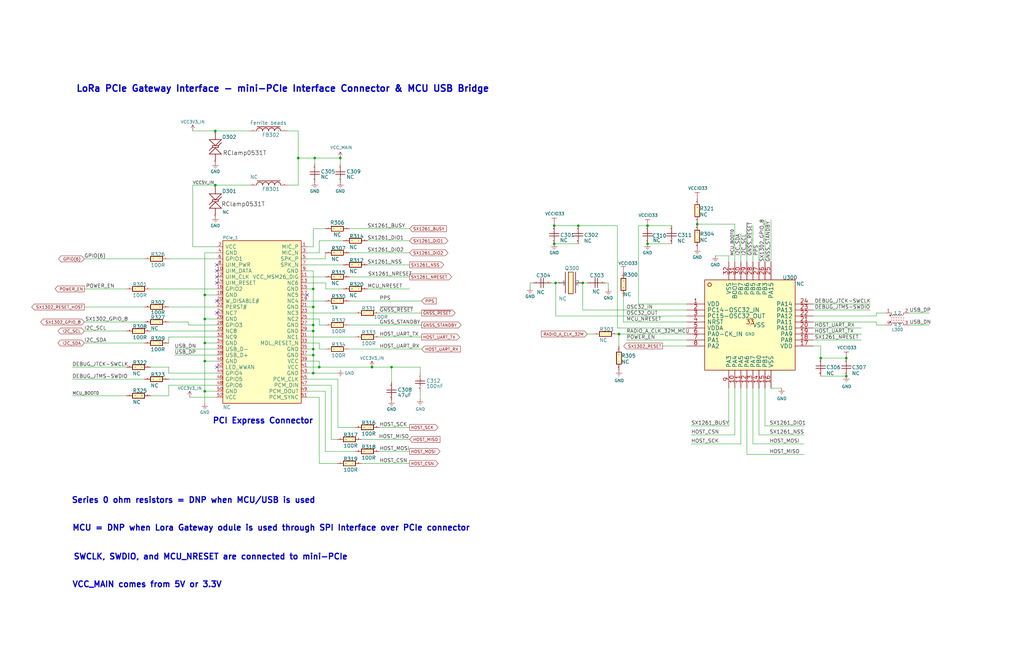
<source format=kicad_sch>
(kicad_sch (version 20230121) (generator eeschema)
  (paper "B")
  (title_block (title "LoRa PCIe Gateway Interface") (date "2022-01-18") (rev "1.2") (company "Nebra Ltd") (comment 1 "mini-PCIe Interface Connector & MCU USB Bridge"))
  (junction (at 86.36 124.46))
  (junction (at 233.68 95.25))
  (junction (at 132.08 147.32))
  (junction (at 132.08 129.54))
  (junction (at 143.51 66.675))
  (junction (at 273.05 102.87))
  (junction (at 132.08 149.86))
  (junction (at 273.05 95.25))
  (junction (at 132.08 121.92))
  (junction (at 294.005 94.615))
  (junction (at 356.87 151.13))
  (junction (at 132.08 137.16))
  (junction (at 156.845 154.94))
  (junction (at 86.36 152.4))
  (junction (at 132.08 139.7))
  (junction (at 125.73 66.675))
  (junction (at 86.36 144.78))
  (junction (at 90.805 55.245))
  (junction (at 260.985 140.97))
  (junction (at 86.36 165.1))
  (junction (at 132.08 157.48))
  (junction (at 134.62 154.94))
  (junction (at 346.075 151.13))
  (junction (at 86.36 134.62))
  (junction (at 90.805 78.105))
  (junction (at 234.315 119.38))
  (junction (at 165.1 154.94))
  (junction (at 245.745 119.38))
  (junction (at 233.68 102.87))
  (junction (at 132.715 66.675))
  (junction (at 356.87 158.75))
  (junction (at 243.84 95.25))
  (no_connect (at 91.44 154.94))
  (no_connect (at 91.44 119.38))
  (no_connect (at 91.44 114.3))
  (no_connect (at 91.44 116.84))
  (no_connect (at 91.44 111.76))
  (no_connect (at 91.44 132.08))
  (no_connect (at 129.54 124.46))
  (no_connect (at 91.44 127))
  (wire (pts (xy 383.54 132.08) (xy 391.795 132.08)))
  (wire (pts (xy 137.16 165.1) (xy 129.54 165.1)))
  (wire (pts (xy 132.08 96.52) (xy 137.16 96.52)))
  (wire (pts (xy 134.62 106.68) (xy 134.62 101.6)))
  (wire (pts (xy 273.05 95.25) (xy 269.24 95.25)))
  (wire (pts (xy 86.36 124.46) (xy 91.44 124.46)))
  (wire (pts (xy 132.08 129.54) (xy 129.54 129.54)))
  (wire (pts (xy 81.28 104.14) (xy 91.44 104.14)))
  (wire (pts (xy 53.34 167.005) (xy 30.48 167.005)))
  (wire (pts (xy 317.5 163.83) (xy 317.5 187.325)))
  (wire (pts (xy 134.62 167.64) (xy 129.54 167.64)))
  (wire (pts (xy 91.44 162.56) (xy 71.12 162.56)))
  (wire (pts (xy 224.79 119.38) (xy 223.52 119.38)))
  (wire (pts (xy 172.72 111.76) (xy 154.94 111.76)))
  (wire (pts (xy 132.08 147.32) (xy 129.54 147.32)))
  (wire (pts (xy 137.414 121.92) (xy 144.78 121.92)))
  (wire (pts (xy 35.56 121.92) (xy 53.34 121.92)))
  (wire (pts (xy 137.16 106.68) (xy 137.16 109.22)))
  (wire (pts (xy 53.34 139.7) (xy 35.56 139.7)))
  (wire (pts (xy 234.315 133.35) (xy 234.315 119.38)))
  (wire (pts (xy 325.12 110.49) (xy 325.12 92.71)))
  (wire (pts (xy 322.58 163.83) (xy 322.58 179.705)))
  (wire (pts (xy 172.72 180.34) (xy 160.02 180.34)))
  (wire (pts (xy 60.96 144.78) (xy 35.56 144.78)))
  (wire (pts (xy 91.44 147.32) (xy 73.66 147.32)))
  (wire (pts (xy 172.72 96.52) (xy 147.32 96.52)))
  (wire (pts (xy 260.35 95.25) (xy 243.84 95.25)))
  (wire (pts (xy 132.08 129.54) (xy 132.08 121.92)))
  (wire (pts (xy 129.54 162.56) (xy 139.7 162.56)))
  (wire (pts (xy 134.62 154.94) (xy 134.62 152.4)))
  (wire (pts (xy 369.57 133.35) (xy 369.57 132.08)))
  (wire (pts (xy 81.28 55.245) (xy 90.805 55.245)))
  (wire (pts (xy 243.84 95.25) (xy 233.68 95.25)))
  (wire (pts (xy 134.62 195.58) (xy 134.62 167.64)))
  (wire (pts (xy 91.44 134.62) (xy 86.36 134.62)))
  (wire (pts (xy 260.985 140.97) (xy 289.56 140.97)))
  (wire (pts (xy 86.36 124.46) (xy 86.36 106.68)))
  (wire (pts (xy 86.36 165.1) (xy 91.44 165.1)))
  (wire (pts (xy 383.54 137.16) (xy 391.795 137.16)))
  (wire (pts (xy 79.375 135.89) (xy 79.375 137.16)))
  (wire (pts (xy 129.54 134.62) (xy 134.62 134.62)))
  (wire (pts (xy 147.32 137.16) (xy 177.8 137.16)))
  (wire (pts (xy 90.805 78.105) (xy 105.41 78.105)))
  (wire (pts (xy 129.54 160.02) (xy 142.494 160.02)))
  (wire (pts (xy 125.73 66.675) (xy 132.715 66.675)))
  (wire (pts (xy 314.96 163.83) (xy 314.96 191.77)))
  (wire (pts (xy 264.16 143.51) (xy 289.56 143.51)))
  (wire (pts (xy 312.42 163.83) (xy 312.42 187.325)))
  (wire (pts (xy 255.27 119.38) (xy 256.54 119.38)))
  (wire (pts (xy 142.494 160.02) (xy 142.494 180.34)))
  (wire (pts (xy 134.62 101.6) (xy 144.78 101.6)))
  (wire (pts (xy 137.16 190.5) (xy 137.16 165.1)))
  (wire (pts (xy 86.36 170.18) (xy 86.36 165.1)))
  (wire (pts (xy 60.96 135.89) (xy 35.56 135.89)))
  (wire (pts (xy 342.9 143.51) (xy 363.22 143.51)))
  (wire (pts (xy 129.54 119.38) (xy 137.414 119.38)))
  (wire (pts (xy 132.08 157.48) (xy 129.54 157.48)))
  (wire (pts (xy 132.08 139.7) (xy 132.08 137.16)))
  (wire (pts (xy 79.375 137.16) (xy 91.44 137.16)))
  (wire (pts (xy 260.35 138.43) (xy 260.35 95.25)))
  (wire (pts (xy 342.9 133.35) (xy 369.57 133.35)))
  (wire (pts (xy 369.57 132.08) (xy 373.38 132.08)))
  (wire (pts (xy 132.08 114.3) (xy 129.54 114.3)))
  (wire (pts (xy 81.28 78.105) (xy 90.805 78.105)))
  (wire (pts (xy 86.36 144.78) (xy 91.44 144.78)))
  (wire (pts (xy 317.5 187.325) (xy 339.09 187.325)))
  (wire (pts (xy 81.28 104.14) (xy 81.28 78.105)))
  (wire (pts (xy 273.05 95.25) (xy 283.21 95.25)))
  (wire (pts (xy 91.44 121.92) (xy 63.5 121.92)))
  (wire (pts (xy 177.165 165.1) (xy 177.165 168.275)))
  (wire (pts (xy 129.54 106.68) (xy 134.62 106.68)))
  (wire (pts (xy 314.96 191.77) (xy 339.09 191.77)))
  (wire (pts (xy 142.24 195.58) (xy 134.62 195.58)))
  (wire (pts (xy 245.745 119.38) (xy 247.65 119.38)))
  (wire (pts (xy 71.12 160.02) (xy 91.44 160.02)))
  (wire (pts (xy 30.48 160.02) (xy 60.96 160.02)))
  (wire (pts (xy 137.16 147.32) (xy 134.62 147.32)))
  (wire (pts (xy 137.16 127) (xy 129.54 127)))
  (wire (pts (xy 234.315 133.35) (xy 289.56 133.35)))
  (wire (pts (xy 269.24 128.27) (xy 289.56 128.27)))
  (wire (pts (xy 269.24 95.25) (xy 269.24 128.27)))
  (wire (pts (xy 160.02 142.24) (xy 177.8 142.24)))
  (wire (pts (xy 73.66 149.86) (xy 91.44 149.86)))
  (wire (pts (xy 149.86 132.08) (xy 129.54 132.08)))
  (wire (pts (xy 342.9 135.89) (xy 369.57 135.89)))
  (wire (pts (xy 279.4 146.05) (xy 289.56 146.05)))
  (wire (pts (xy 273.05 102.87) (xy 283.21 102.87)))
  (wire (pts (xy 71.12 167.005) (xy 63.5 167.005)))
  (wire (pts (xy 262.89 135.89) (xy 289.56 135.89)))
  (wire (pts (xy 137.16 116.84) (xy 129.54 116.84)))
  (wire (pts (xy 165.1 154.94) (xy 177.165 154.94)))
  (wire (pts (xy 132.08 157.48) (xy 132.08 149.86)))
  (wire (pts (xy 165.1 161.29) (xy 165.1 154.94)))
  (wire (pts (xy 245.745 130.81) (xy 245.745 119.38)))
  (wire (pts (xy 125.73 66.675) (xy 125.73 78.105)))
  (wire (pts (xy 132.08 121.92) (xy 129.54 121.92)))
  (wire (pts (xy 132.715 66.675) (xy 143.51 66.675)))
  (wire (pts (xy 243.84 102.87) (xy 233.68 102.87)))
  (wire (pts (xy 132.08 104.14) (xy 132.08 96.52)))
  (wire (pts (xy 346.075 158.75) (xy 356.87 158.75)))
  (wire (pts (xy 137.414 119.38) (xy 137.414 121.92)))
  (wire (pts (xy 60.96 109.22) (xy 35.56 109.22)))
  (wire (pts (xy 373.38 137.16) (xy 369.57 137.16)))
  (wire (pts (xy 132.08 149.86) (xy 129.54 149.86)))
  (wire (pts (xy 234.315 119.38) (xy 235.585 119.38)))
  (wire (pts (xy 134.62 134.62) (xy 134.62 137.16)))
  (wire (pts (xy 342.9 146.05) (xy 346.075 146.05)))
  (wire (pts (xy 309.88 163.83) (xy 309.88 183.515)))
  (wire (pts (xy 71.12 154.94) (xy 63.5 154.94)))
  (wire (pts (xy 86.36 144.78) (xy 86.36 134.62)))
  (wire (pts (xy 177.165 154.94) (xy 177.165 157.48)))
  (wire (pts (xy 314.96 110.49) (xy 314.96 98.425)))
  (wire (pts (xy 86.36 134.62) (xy 86.36 124.46)))
  (wire (pts (xy 149.86 190.5) (xy 137.16 190.5)))
  (wire (pts (xy 247.65 140.97) (xy 250.19 140.97)))
  (wire (pts (xy 121.285 55.245) (xy 125.73 55.245)))
  (wire (pts (xy 144.78 111.76) (xy 129.54 111.76)))
  (wire (pts (xy 134.62 137.16) (xy 137.16 137.16)))
  (wire (pts (xy 294.005 93.98) (xy 294.005 94.615)))
  (wire (pts (xy 63.5 139.7) (xy 91.44 139.7)))
  (wire (pts (xy 132.08 139.7) (xy 129.54 139.7)))
  (wire (pts (xy 307.34 163.83) (xy 307.34 179.705)))
  (wire (pts (xy 91.44 109.22) (xy 71.12 109.22)))
  (wire (pts (xy 142.494 180.34) (xy 149.86 180.34)))
  (wire (pts (xy 60.96 129.54) (xy 35.56 129.54)))
  (wire (pts (xy 71.12 162.56) (xy 71.12 167.005)))
  (wire (pts (xy 322.58 179.705) (xy 339.09 179.705)))
  (wire (pts (xy 260.985 140.97) (xy 260.985 146.05)))
  (wire (pts (xy 309.88 183.515) (xy 291.465 183.515)))
  (wire (pts (xy 160.02 132.08) (xy 177.8 132.08)))
  (wire (pts (xy 262.89 125.095) (xy 262.89 135.89)))
  (wire (pts (xy 71.12 135.89) (xy 79.375 135.89)))
  (wire (pts (xy 142.24 157.48) (xy 132.08 157.48)))
  (wire (pts (xy 132.08 149.86) (xy 132.08 147.32)))
  (wire (pts (xy 71.12 142.24) (xy 91.44 142.24)))
  (wire (pts (xy 294.005 94.615) (xy 309.88 94.615)))
  (wire (pts (xy 309.88 94.615) (xy 309.88 110.49)))
  (wire (pts (xy 105.41 55.245) (xy 90.805 55.245)))
  (wire (pts (xy 320.04 183.515) (xy 339.09 183.515)))
  (wire (pts (xy 132.08 137.16) (xy 132.08 129.54)))
  (wire (pts (xy 147.32 127) (xy 177.8 127)))
  (wire (pts (xy 134.62 154.94) (xy 156.845 154.94)))
  (wire (pts (xy 172.72 190.5) (xy 160.02 190.5)))
  (wire (pts (xy 256.54 119.38) (xy 256.54 121.92)))
  (wire (pts (xy 134.62 152.4) (xy 129.54 152.4)))
  (wire (pts (xy 312.42 187.325) (xy 291.465 187.325)))
  (wire (pts (xy 132.715 69.215) (xy 132.715 66.675)))
  (wire (pts (xy 346.075 151.13) (xy 356.87 151.13)))
  (wire (pts (xy 307.34 107.95) (xy 307.34 110.49)))
  (wire (pts (xy 147.32 147.32) (xy 177.8 147.32)))
  (wire (pts (xy 301.625 107.95) (xy 307.34 107.95)))
  (wire (pts (xy 134.62 147.32) (xy 134.62 144.78)))
  (wire (pts (xy 172.72 195.58) (xy 152.4 195.58)))
  (wire (pts (xy 132.08 137.16) (xy 129.54 137.16)))
  (wire (pts (xy 139.7 185.42) (xy 142.24 185.42)))
  (wire (pts (xy 291.465 179.705) (xy 307.34 179.705)))
  (wire (pts (xy 320.04 110.49) (xy 320.04 103.505)))
  (wire (pts (xy 134.62 154.94) (xy 129.54 154.94)))
  (wire (pts (xy 147.32 106.68) (xy 172.72 106.68)))
  (wire (pts (xy 156.845 154.94) (xy 165.1 154.94)))
  (wire (pts (xy 71.12 157.48) (xy 71.12 154.94)))
  (wire (pts (xy 80.01 167.64) (xy 91.44 167.64)))
  (wire (pts (xy 342.9 130.81) (xy 367.03 130.81)))
  (wire (pts (xy 342.9 138.43) (xy 363.22 138.43)))
  (wire (pts (xy 134.62 144.78) (xy 129.54 144.78)))
  (wire (pts (xy 245.745 130.81) (xy 289.56 130.81)))
  (wire (pts (xy 132.08 147.32) (xy 132.08 139.7)))
  (wire (pts (xy 91.44 157.48) (xy 71.12 157.48)))
  (wire (pts (xy 91.44 152.4) (xy 86.36 152.4)))
  (wire (pts (xy 137.16 109.22) (xy 129.54 109.22)))
  (wire (pts (xy 320.04 163.83) (xy 320.04 183.515)))
  (wire (pts (xy 369.57 137.16) (xy 369.57 135.89)))
  (wire (pts (xy 143.51 69.215) (xy 143.51 66.675)))
  (wire (pts (xy 342.9 128.27) (xy 367.03 128.27)))
  (wire (pts (xy 152.4 185.42) (xy 172.72 185.42)))
  (wire (pts (xy 71.12 129.54) (xy 91.44 129.54)))
  (wire (pts (xy 30.48 154.94) (xy 53.34 154.94)))
  (wire (pts (xy 233.68 94.615) (xy 233.68 95.25)))
  (wire (pts (xy 86.36 106.68) (xy 91.44 106.68)))
  (wire (pts (xy 71.12 142.24) (xy 71.12 144.78)))
  (wire (pts (xy 260.35 140.97) (xy 260.985 140.97)))
  (wire (pts (xy 172.72 121.92) (xy 154.94 121.92)))
  (wire (pts (xy 86.36 165.1) (xy 86.36 152.4)))
  (wire (pts (xy 223.52 119.38) (xy 223.52 121.285)))
  (wire (pts (xy 86.36 152.4) (xy 86.36 144.78)))
  (wire (pts (xy 121.285 78.105) (xy 125.73 78.105)))
  (wire (pts (xy 125.73 55.245) (xy 125.73 66.675)))
  (wire (pts (xy 325.12 163.83) (xy 329.565 163.83)))
  (wire (pts (xy 317.5 110.49) (xy 317.5 95.25)))
  (wire (pts (xy 346.075 146.05) (xy 346.075 151.13)))
  (wire (pts (xy 139.7 162.56) (xy 139.7 185.42)))
  (wire (pts (xy 232.41 119.38) (xy 234.315 119.38)))
  (wire (pts (xy 172.72 101.6) (xy 154.94 101.6)))
  (wire (pts (xy 129.54 104.14) (xy 132.08 104.14)))
  (wire (pts (xy 342.9 140.97) (xy 363.22 140.97)))
  (wire (pts (xy 312.42 110.49) (xy 312.42 98.425)))
  (wire (pts (xy 149.86 142.24) (xy 129.54 142.24)))
  (wire (pts (xy 260.35 138.43) (xy 289.56 138.43)))
  (wire (pts (xy 132.08 121.92) (xy 132.08 114.3)))
  (wire (pts (xy 322.58 92.71) (xy 322.58 110.49)))
  (wire (pts (xy 147.32 116.84) (xy 172.72 116.84)))
  (text "SWCLK, SWDIO, and MCU_NRESET are connected to mini-PCIe" (at 30.861 236.474 0) (effects (font (size 2.4384 2.4384) (thickness 0.4877) bold) (justify left bottom)))
  (text "PCI Express Connector" (at 89.535 179.07 0) (effects (font (size 2.4384 2.4384) (thickness 0.4877) bold) (justify left bottom)))
  (text "MCU = DNP when Lora Gateway odule is used through SPI Interface over PCIe connector" (at 30.353 224.282 0) (effects (font (size 2.4384 2.4384) (thickness 0.4877) bold) (justify left bottom)))
  (text "LoRa PCIe Gateway Interface - mini-PCIe Interface Connector & MCU USB Bridge" (at 32.004 39.116 0) (effects (font (size 2.7432 2.7432) (thickness 0.5486) bold) (justify left bottom)))
  (text "VCC_MAIN comes from 5V or 3.3V" (at 30.353 248.158 0) (effects (font (size 2.4384 2.4384) (thickness 0.4877) bold) (justify left bottom)))
  (text "Series 0 ohm resistors = DNP when MCU/USB is used" (at 30.099 212.598 0) (effects (font (size 2.4384 2.4384) (thickness 0.4877) bold) (justify left bottom)))
  (label "HOST_MISO" (at 159.766 185.42 0) (effects (font (size 1.524 1.524))))
  (label "PPS" (at 320.04 107.95 90) (effects (font (size 1.524 1.524))))
  (label "GNSS_STANDBY" (at 160.02 137.16 0) (effects (font (size 1.524 1.524))))
  (label "OSC32_OUT" (at 264.16 133.35 0) (effects (font (size 1.524 1.524))))
  (label "SX1261_DIO1" (at 324.485 179.705 0) (effects (font (size 1.524 1.524))))
  (label "SX1261_BUSY" (at 291.465 179.705 0) (effects (font (size 1.524 1.524))))
  (label "SX1261_DIO1" (at 154.94 101.6 0) (effects (font (size 1.524 1.524))))
  (label "DEBUG_JTCK-SWCLK" (at 343.535 128.27 0) (effects (font (size 1.524 1.524))))
  (label "GNSS_STANDBY" (at 325.12 110.49 90) (effects (font (size 1.524 1.524))))
  (label "DEBUG_JTMS-SWDIO" (at 343.535 130.81 0) (effects (font (size 1.524 1.524))))
  (label "HOST_UART_RX" (at 343.535 138.43 0) (effects (font (size 1.524 1.524))))
  (label "POWER_EN" (at 264.16 143.51 0) (effects (font (size 1.524 1.524))))
  (label "HOST_UART_RX" (at 160.02 147.32 0) (effects (font (size 1.524 1.524))))
  (label "MCU_NRESET" (at 264.16 135.89 0) (effects (font (size 1.524 1.524))))
  (label "HOST_MISO" (at 324.485 191.77 0) (effects (font (size 1.524 1.524))))
  (label "RClamp0531T" (at 93.98 66.04 0) (effects (font (size 1.778 1.778))))
  (label "SX1261_NRESET" (at 155.194 116.84 0) (effects (font (size 1.524 1.524))))
  (label "SX1261_NSS" (at 324.485 183.515 0) (effects (font (size 1.524 1.524))))
  (label "HOST_UART_TX" (at 343.535 140.97 0) (effects (font (size 1.524 1.524))))
  (label "DEBUG_JTMS-SWDIO" (at 30.48 160.02 0) (effects (font (size 1.524 1.524))))
  (label "USB_DP" (at 383.54 132.08 0) (effects (font (size 1.524 1.524))))
  (label "HOST_SCK" (at 160.02 180.34 0) (effects (font (size 1.524 1.524))))
  (label "I2C_SDA" (at 312.42 107.95 90) (effects (font (size 1.524 1.524))))
  (label "USB_DN" (at 383.54 137.16 0) (effects (font (size 1.524 1.524))))
  (label "~{GNSS_RESET}" (at 317.5 107.95 90) (effects (font (size 1.524 1.524))))
  (label "SX1261_NRESET" (at 343.535 143.51 0) (effects (font (size 1.524 1.524))))
  (label "SX1302_GPIO_8" (at 53.975 135.89 180) (effects (font (size 1.524 1.524))))
  (label "HOST_MOSI" (at 160.02 190.5 0) (effects (font (size 1.524 1.524))))
  (label "MCU_BOOT0" (at 309.88 107.95 90))
  (label "SX1302_GPIO_8" (at 322.58 110.49 90) (effects (font (size 1.524 1.524))))
  (label "HOST_MOSI" (at 324.485 187.325 0) (effects (font (size 1.524 1.524))))
  (label "~{GNSS_RESET}" (at 160.02 132.08 0) (effects (font (size 1.524 1.524))))
  (label "SX1261_BUSY" (at 154.94 96.52 0) (effects (font (size 1.524 1.524))))
  (label "SX1261_DIO2" (at 154.94 106.68 0) (effects (font (size 1.524 1.524))))
  (label "HOST_CSN" (at 160.02 195.58 0) (effects (font (size 1.524 1.524))))
  (label "GPIO(6)" (at 35.56 109.22 0) (effects (font (size 1.524 1.524))))
  (label "VCC5V_IN" (at 81.28 78.105 0))
  (label "HOST_UART_TX" (at 160.02 142.24 0) (effects (font (size 1.524 1.524))))
  (label "MCU_BOOT0" (at 30.48 167.005 0))
  (label "RClamp0531T" (at 93.345 87.63 0) (effects (font (size 1.778 1.778))))
  (label "SX1261_NSS" (at 154.94 111.76 0) (effects (font (size 1.524 1.524))))
  (label "I2C_SDA" (at 35.56 144.78 0) (effects (font (size 1.524 1.524))))
  (label "DEBUG_JTCK-SWCLK" (at 30.48 154.94 0) (effects (font (size 1.524 1.524))))
  (label "OSC32_IN" (at 264.16 130.81 0) (effects (font (size 1.524 1.524))))
  (label "HOST_CSN" (at 291.465 183.515 0) (effects (font (size 1.524 1.524))))
  (label "I2C_SCL" (at 314.96 107.95 90) (effects (font (size 1.524 1.524))))
  (label "HOST_SCK" (at 291.465 187.325 0) (effects (font (size 1.524 1.524))))
  (label "I2C_SCL" (at 35.56 139.7 0) (effects (font (size 1.524 1.524))))
  (label "RADIO_A_CLK_32M_MCU" (at 264.16 140.97 0) (effects (font (size 1.524 1.524))))
  (label "USB_DN" (at 73.66 147.32 0) (effects (font (size 1.524 1.524))))
  (label "PPS" (at 160.02 127 0) (effects (font (size 1.524 1.524))))
  (label "MCU_NRESET" (at 154.94 121.92 0) (effects (font (size 1.524 1.524))))
  (label "USB_DP" (at 73.66 149.86 0) (effects (font (size 1.524 1.524))))
  (label "POWER_EN" (at 36.195 121.92 0) (effects (font (size 1.524 1.524))))
  (global_label "GPIO(6)" (shape bidirectional) (at 35.56 109.22 180) (property "Intersheetrefs" "${INTERSHEET_REFS}" (effects hide)))
  (global_label "SX1302_GPIO_8" (shape bidirectional) (at 35.56 135.89 180) (property "Intersheetrefs" "${INTERSHEET_REFS}" (effects hide)))
  (global_label "SX1302_RESET_HOST" (shape output) (at 35.56 129.54 180) (property "Intersheetrefs" "${INTERSHEET_REFS}" (effects hide)))
  (global_label "I2C_SDA" (shape bidirectional) (at 35.56 144.78 180) (property "Intersheetrefs" "${INTERSHEET_REFS}" (effects hide)))
  (global_label "~{GNSS_RESET}" (shape output) (at 177.8 132.08 0) (property "Intersheetrefs" "${INTERSHEET_REFS}" (effects hide)))
  (global_label "PPS" (shape input) (at 177.8 127 0) (property "Intersheetrefs" "${INTERSHEET_REFS}" (effects hide)))
  (global_label "I2C_SCL" (shape bidirectional) (at 35.56 139.7 180) (property "Intersheetrefs" "${INTERSHEET_REFS}" (effects hide)))
  (global_label "SX1302_RESET" (shape output) (at 279.4 146.05 180) (property "Intersheetrefs" "${INTERSHEET_REFS}" (effects hide)))
  (global_label "HOST_UART_RX" (shape input) (at 177.8 147.32 0) (property "Intersheetrefs" "${INTERSHEET_REFS}" (effects hide)))
  (global_label "SX1261_DIO1" (shape bidirectional) (at 172.72 101.6 0) (property "Intersheetrefs" "${INTERSHEET_REFS}" (effects hide)))
  (global_label "HOST_MOSI" (shape output) (at 172.72 190.5 0) (property "Intersheetrefs" "${INTERSHEET_REFS}" (effects hide)))
  (global_label "SX1261_BUSY" (shape input) (at 172.72 96.52 0) (property "Intersheetrefs" "${INTERSHEET_REFS}" (effects hide)))
  (global_label "GNSS_STANDBY" (shape output) (at 177.8 137.16 0) (property "Intersheetrefs" "${INTERSHEET_REFS}" (effects hide)))
  (global_label "HOST_SCK" (shape output) (at 172.72 180.34 0) (property "Intersheetrefs" "${INTERSHEET_REFS}" (effects hide)))
  (global_label "HOST_CSN" (shape output) (at 172.72 195.58 0) (property "Intersheetrefs" "${INTERSHEET_REFS}" (effects hide)))
  (global_label "SX1261_DIO2" (shape bidirectional) (at 172.72 106.68 0) (property "Intersheetrefs" "${INTERSHEET_REFS}" (effects hide)))
  (global_label "RADIO_A_CLK_32M" (shape input) (at 247.65 140.97 180) (property "Intersheetrefs" "${INTERSHEET_REFS}" (effects hide)))
  (global_label "POWER_EN" (shape output) (at 35.56 121.92 180) (property "Intersheetrefs" "${INTERSHEET_REFS}" (effects hide)))
  (global_label "HOST_UART_TX" (shape output) (at 177.8 142.24 0) (property "Intersheetrefs" "${INTERSHEET_REFS}" (effects hide)))
  (global_label "SX1261_NSS" (shape output) (at 172.72 111.76 0) (property "Intersheetrefs" "${INTERSHEET_REFS}" (effects hide)))
  (global_label "HOST_MISO" (shape input) (at 172.72 185.42 0) (property "Intersheetrefs" "${INTERSHEET_REFS}" (effects hide)))
  (global_label "SX1261_NRESET" (shape output) (at 172.72 116.84 0) (property "Intersheetrefs" "${INTERSHEET_REFS}" (effects hide)))
  (symbol (lib_id "LoRa_PCIe_GW-rescue:Resistor-") (at 250.19 140.97 0) (unit 1)
    (property "Reference" "R303" (at 252.73 139.8524 0) (effects (font (size 1.524 1.524)) (justify left bottom)))
    (property "Value" "NC" (at 252.73 144.4244 0) (effects (font (size 1.524 1.524)) (justify left bottom)))
    (property "Footprint" "LoRa_PCIe_GW:rlc_201_smd_small" (effects hide))
  )
  (symbol (lib_id "LoRa_PCIe_GW-rescue:Resistor-") (at 260.985 146.05 270) (unit 1)
    (property "Reference" "R305" (at 262.001 151.003 90) (effects (font (size 1.524 1.524)) (justify left bottom)))
    (property "Value" "NC" (at 262.001 153.543 90) (effects (font (size 1.524 1.524)) (justify left bottom)))
    (property "Footprint" "LoRa_PCIe_GW:rlc_201_smd_small" (effects hide))
  )
  (symbol (lib_id "LoRa_PCIe_GW-rescue:Cap-") (at 346.075 151.13 270) (unit 1)
    (property "Reference" "C306" (at 348.361 155.8544 90) (effects (font (size 1.524 1.524)) (justify left bottom)))
    (property "Value" "NC" (at 348.4372 158.369 90) (effects (font (size 1.524 1.524)) (justify left bottom)))
    (property "Footprint" "LoRa_PCIe_GW:rlc_201_smd_small" (effects hide))
  )
  (symbol (lib_id "LoRa_PCIe_GW-rescue:Cap-") (at 233.68 102.87 90) (unit 1)
    (property "Reference" "C301" (at 236.1946 100.0506 90) (effects (font (size 1.524 1.524)) (justify right top)))
    (property "Value" "NC" (at 236.0676 102.2604 90) (effects (font (size 1.524 1.524)) (justify right top)))
    (property "Footprint" "LoRa_PCIe_GW:rlc_402_smd_small" (effects hide))
  )
  (symbol (lib_id "LoRa_PCIe_GW-rescue:Cap-") (at 243.84 95.25 270) (unit 1)
    (property "Reference" "C302" (at 246.253 100.0252 90) (effects (font (size 1.524 1.524)) (justify left bottom)))
    (property "Value" "NC" (at 246.2022 102.489 90) (effects (font (size 1.524 1.524)) (justify left bottom)))
    (property "Footprint" "LoRa_PCIe_GW:rlc_201_smd_small" (effects hide))
  )
  (symbol (lib_id "LoRa_PCIe_GW-rescue:Resistor-") (at 160.02 132.08 180) (unit 1)
    (property "Reference" "R331" (at 152.4 131.064 0) (effects (font (size 1.524 1.524)) (justify right top)))
    (property "Value" "100R" (at 157.48 134.62 0) (effects (font (size 1.524 1.524)) (justify right top)))
    (property "Footprint" "LoRa_PCIe_GW:rlc_201_smd_small" (effects hide))
    (property "Description" "100 Ohms ±1% 0.05W, 1/20W Chip Resistor 0201 (0603 Metric)  Thick Film" (effects hide))
    (property "Manufacturer" "Vishay Dale" (effects hide))
    (property "Part Number" "CRCW0201100R" (effects hide))
    (property "Price[1k]" "0.037" (effects hide))
    (property "Supplier Link" "https://www.digikey.com/en/products/detail/vishay-dale/CRCW0201100RFKED/1967973" (effects hide))
  )
  (symbol (lib_id "LoRa_PCIe_GW-rescue:Resistor-") (at 154.94 121.92 180) (unit 1)
    (property "Reference" "R320" (at 147.32 120.904 0) (effects (font (size 1.524 1.524)) (justify right top)))
    (property "Value" "NC" (at 147.32 125.476 0) (effects (font (size 1.524 1.524)) (justify right top)))
    (property "Footprint" "LoRa_PCIe_GW:rlc_201_smd_small" (effects hide))
    (property "Description" "1k Ohm ±5% 0.05W, 1/20W Chip Resistor 0201 (0603 Metric) - Thick Film" (effects hide))
    (property "Manufacturer" "Vishay Dale" (effects hide))
    (property "Part Number" "CRCW02011K00JNED" (effects hide))
    (property "Price[1k]" "0.073" (effects hide))
    (property "Supplier Link" "https://www.digikey.com/en/products/detail/vishay-dale/CRCW02011K00JNED/1178450" (effects hide))
  )
  (symbol (lib_id "LoRa_PCIe_GW-rescue:Cap-") (at 247.65 119.38 0) (unit 1)
    (property "Reference" "C303" (at 248.666 117.094 0) (effects (font (size 1.524 1.524)) (justify left bottom)))
    (property "Value" "NC" (at 249.682 123.952 0) (effects (font (size 1.524 1.524)) (justify left bottom)))
    (property "Footprint" "LoRa_PCIe_GW:rlc_201_smd_small" (effects hide))
  )
  (symbol (lib_id "LoRa_PCIe_GW-rescue:Resistor-") (at 147.32 147.32 180) (unit 1)
    (property "Reference" "R334" (at 139.7 146.304 0) (effects (font (size 1.524 1.524)) (justify right top)))
    (property "Value" "100R" (at 139.7 150.876 0) (effects (font (size 1.524 1.524)) (justify right top)))
    (property "Footprint" "LoRa_PCIe_GW:rlc_201_smd_small" (effects hide))
    (property "Description" "100 Ohms ±1% 0.05W, 1/20W Chip Resistor 0201 (0603 Metric)  Thick Film" (effects hide))
    (property "Manufacturer" "Vishay Dale" (effects hide))
    (property "Part Number" "CRCW0201100R" (effects hide))
    (property "Price[1k]" "0.037" (effects hide))
    (property "Supplier Link" "https://www.digikey.com/en/products/detail/vishay-dale/CRCW0201100RFKED/1967973" (effects hide))
  )
  (symbol (lib_id "LoRa_PCIe_GW-rescue:Resistor-") (at 160.02 142.24 180) (unit 1)
    (property "Reference" "R333" (at 152.4 141.224 0) (effects (font (size 1.524 1.524)) (justify right top)))
    (property "Value" "100R" (at 152.4 145.796 0) (effects (font (size 1.524 1.524)) (justify right top)))
    (property "Footprint" "LoRa_PCIe_GW:rlc_201_smd_small" (effects hide))
    (property "Description" "100 Ohms ±1% 0.05W, 1/20W Chip Resistor 0201 (0603 Metric)  Thick Film" (effects hide))
    (property "Manufacturer" "Vishay Dale" (effects hide))
    (property "Part Number" "CRCW0201100R" (effects hide))
    (property "Price[1k]" "0.037" (effects hide))
    (property "Supplier Link" "https://www.digikey.com/en/products/detail/vishay-dale/CRCW0201100RFKED/1967973" (effects hide))
  )
  (symbol (lib_id "LoRa_PCIe_GW-rescue:Resistor-") (at 147.32 137.16 180) (unit 1)
    (property "Reference" "R332" (at 139.7 136.144 0) (effects (font (size 1.524 1.524)) (justify right top)))
    (property "Value" "100R" (at 139.7 140.716 0) (effects (font (size 1.524 1.524)) (justify right top)))
    (property "Footprint" "LoRa_PCIe_GW:rlc_201_smd_small" (effects hide))
    (property "Description" "100 Ohms ±1% 0.05W, 1/20W Chip Resistor 0201 (0603 Metric)  Thick Film" (effects hide))
    (property "Manufacturer" "Vishay Dale" (effects hide))
    (property "Part Number" "CRCW0201100R" (effects hide))
    (property "Price[1k]" "0.037" (effects hide))
    (property "Supplier Link" "https://www.digikey.com/en/products/detail/vishay-dale/CRCW0201100RFKED/1967973" (effects hide))
  )
  (symbol (lib_id "LoRa_PCIe_GW-rescue:Resistor-") (at 71.12 160.02 180) (unit 1)
    (property "Reference" "R323" (at 63.5 159.004 0) (effects (font (size 1.524 1.524)) (justify right top)))
    (property "Value" "NC" (at 63.5 163.576 0) (effects (font (size 1.524 1.524)) (justify right top)))
    (property "Footprint" "LoRa_PCIe_GW:rlc_201_smd_small" (effects hide))
    (property "Description" "1k Ohm ±5% 0.05W, 1/20W Chip Resistor 0201 (0603 Metric) - Thick Film" (effects hide))
    (property "Manufacturer" "Vishay Dale" (effects hide))
    (property "Part Number" "CRCW02011K00JNED" (effects hide))
    (property "Price[1k]" "0.073" (effects hide))
    (property "Supplier Link" "https://www.digikey.com/en/products/detail/vishay-dale/CRCW02011K00JNED/1178450" (effects hide))
  )
  (symbol (lib_id "LoRa_PCIe_GW-rescue:Resistor-") (at 63.5 154.94 180) (unit 1)
    (property "Reference" "R322" (at 55.88 153.924 0) (effects (font (size 1.524 1.524)) (justify right top)))
    (property "Value" "NC" (at 55.88 158.496 0) (effects (font (size 1.524 1.524)) (justify right top)))
    (property "Footprint" "LoRa_PCIe_GW:rlc_201_smd_small" (effects hide))
    (property "Description" "1k Ohm ±5% 0.05W, 1/20W Chip Resistor 0201 (0603 Metric) - Thick Film" (effects hide))
    (property "Manufacturer" "Vishay Dale" (effects hide))
    (property "Part Number" "CRCW02011K00JNED" (effects hide))
    (property "Price[1k]" "0.073" (effects hide))
    (property "Supplier Link" "https://www.digikey.com/en/products/detail/vishay-dale/CRCW02011K00JNED/1178450" (effects hide))
  )
  (symbol (lib_id "LoRa_PCIe_GW-rescue:Cap-") (at 143.51 69.215 270) (unit 1)
    (property "Reference" "C309" (at 146.05 73.279 90) (effects (font (size 1.524 1.524)) (justify left bottom)))
    (property "Value" "NC" (at 146.05 75.565 90) (effects (font (size 1.524 1.524)) (justify left bottom)))
    (property "Footprint" "LoRa_PCIe_GW:ccer_201_smd_small" (effects hide))
    (property "Description" "0.1µF ±10% 16V Ceramic Capacitor X7S 0201 (0603 Metric)" (effects hide))
    (property "Manufacturer" "Murata" (effects hide))
    (property "Part Number" "GRM033C71C104KE14D" (effects hide))
    (property "Price[1k]" "0.01" (effects hide))
    (property "Supplier Link" "https://www.digikey.com/en/products/detail/murata-electronics/GRM033C71C104KE14D/5027472" (effects hide))
  )
  (symbol (lib_id "LoRa_PCIe_GW-rescue:Resistor-") (at 294.005 93.98 90) (unit 1)
    (property "Reference" "R321" (at 295.021 88.9 90) (effects (font (size 1.524 1.524)) (justify right top)))
    (property "Value" "NC" (at 295.021 91.44 90) (effects (font (size 1.524 1.524)) (justify right top)))
    (property "Footprint" "LoRa_PCIe_GW:rlc_201_smd_small" (effects hide))
  )
  (symbol (lib_id "LoRa_PCIe_GW-rescue:RClamp0531T-") (at 90.805 68.58 0) (unit 1)
    (property "Reference" "D302" (at 93.599 58.674 0) (effects (font (size 1.524 1.524)) (justify left bottom)))
    (property "Value" "20V" (effects hide))
    (property "Footprint" "LoRa_PCIe_GW:SLP1006P2T" (effects hide))
    (property "Description" "20V Clamp 4A (8/20µs) Ipp Tvs Diode Surface Mount SLP1006P2T" (effects hide))
    (property "Manufacturer" "Semtech" (effects hide))
    (property "Part Number" "RCLAMP0531T.TCT" (effects hide))
    (property "Price[1k]" "0.39" (effects hide))
    (property "Supplier Link" "https://www.digikey.com/en/products/detail/semtech-corporation/RCLAMP0531T-TCT/2236834" (effects hide))
  )
  (symbol (lib_id "LoRa_PCIe_GW-rescue:Ferrite_beads-") (at 105.41 55.245 0) (unit 1)
    (property "Reference" "FB302" (at 110.49 57.785 0) (effects (font (size 1.524 1.524)) (justify left bottom)))
    (property "Value" "Ferrite beads" (at 105.41 52.705 0) (effects (font (size 1.524 1.524)) (justify left bottom)))
    (property "Footprint" "LoRa_PCIe_GW:rlc_402_smd_small" (effects hide))
    (property "Description" "10 Ohms @ 100MHz 1 Power Line Ferrite Bead 0402 (1005 Metric) 1A 25mOhm" (effects hide))
    (property "Manufacturer" "Murata" (effects hide))
    (property "Part Number" "BLM15PG100SN1D" (effects hide))
    (property "Price[1k]" "0.027" (effects hide))
    (property "Supplier Link" "https://www.digikey.com/en/products/detail/murata-electronics/BLM15PG100SN1D/2587980" (effects hide))
  )
  (symbol (lib_id "LoRa_PCIe_GW-rescue:Resistor-") (at 147.32 127 180) (unit 1)
    (property "Reference" "R330" (at 139.7 125.984 0) (effects (font (size 1.524 1.524)) (justify right top)))
    (property "Value" "1k" (at 139.7 130.556 0) (effects (font (size 1.524 1.524)) (justify right top)))
    (property "Footprint" "LoRa_PCIe_GW:rlc_201_smd_small" (effects hide))
    (property "Description" "1k Ohm ±5% 0.05W, 1/20W Chip Resistor 0201 (0603 Metric) - Thick Film" (effects hide))
    (property "Manufacturer" "Vishay Dale" (effects hide))
    (property "Part Number" "CRCW02011K00JNED" (effects hide))
    (property "Price[1k]" "0.073" (effects hide))
    (property "Supplier Link" "https://www.digikey.com/en/products/detail/vishay-dale/CRCW02011K00JNED/1178450" (effects hide))
  )
  (symbol (lib_id "LoRa_PCIe_GW-rescue:Cap-") (at 224.79 119.38 0) (unit 1)
    (property "Reference" "C304" (at 226.06 117.094 0) (effects (font (size 1.524 1.524)) (justify left bottom)))
    (property "Value" "NC" (at 226.314 124.206 0) (effects (font (size 1.524 1.524)) (justify left bottom)))
    (property "Footprint" "LoRa_PCIe_GW:rlc_201_smd_small" (effects hide))
  )
  (symbol (lib_id "LoRa_PCIe_GW-rescue:Resistor-") (at 152.4 195.58 180) (unit 1)
    (property "Reference" "R319" (at 144.78 194.564 0) (effects (font (size 1.524 1.524)) (justify right top)))
    (property "Value" "100R" (at 144.78 199.136 0) (effects (font (size 1.524 1.524)) (justify right top)))
    (property "Footprint" "LoRa_PCIe_GW:rlc_201_smd_small" (effects hide))
    (property "Description" "100 Ohms ±1% 0.05W, 1/20W Chip Resistor 0201 (0603 Metric)  Thick Film" (effects hide))
    (property "Manufacturer" "Vishay Dale" (effects hide))
    (property "Part Number" "CRCW0201100R" (effects hide))
    (property "Price[1k]" "0.037" (effects hide))
    (property "Supplier Link" "https://www.digikey.com/en/products/detail/vishay-dale/CRCW0201100RFKED/1967973" (effects hide))
  )
  (symbol (lib_id "LoRa_PCIe_GW-rescue:Resistor-") (at 160.02 190.5 180) (unit 1)
    (property "Reference" "R318" (at 152.4 189.484 0) (effects (font (size 1.524 1.524)) (justify right top)))
    (property "Value" "100R" (at 152.4 194.056 0) (effects (font (size 1.524 1.524)) (justify right top)))
    (property "Footprint" "LoRa_PCIe_GW:rlc_201_smd_small" (effects hide))
    (property "Description" "100 Ohms ±1% 0.05W, 1/20W Chip Resistor 0201 (0603 Metric)  Thick Film" (effects hide))
    (property "Manufacturer" "Vishay Dale" (effects hide))
    (property "Part Number" "CRCW0201100R" (effects hide))
    (property "Price[1k]" "0.037" (effects hide))
    (property "Supplier Link" "https://www.digikey.com/en/products/detail/vishay-dale/CRCW0201100RFKED/1967973" (effects hide))
  )
  (symbol (lib_id "LoRa_PCIe_GW-rescue:Resistor-") (at 160.02 180.34 180) (unit 1)
    (property "Reference" "R316" (at 152.4 179.324 0) (effects (font (size 1.524 1.524)) (justify right top)))
    (property "Value" "100R" (at 152.4 183.896 0) (effects (font (size 1.524 1.524)) (justify right top)))
    (property "Footprint" "LoRa_PCIe_GW:rlc_201_smd_small" (effects hide))
    (property "Description" "100 Ohms ±1% 0.05W, 1/20W Chip Resistor 0201 (0603 Metric)  Thick Film" (effects hide))
    (property "Manufacturer" "Vishay Dale" (effects hide))
    (property "Part Number" "CRCW0201100R" (effects hide))
    (property "Price[1k]" "0.037" (effects hide))
    (property "Supplier Link" "https://www.digikey.com/en/products/detail/vishay-dale/CRCW0201100RFKED/1967973" (effects hide))
  )
  (symbol (lib_id "LoRa_PCIe_GW-rescue:Resistor-") (at 152.4 185.42 180) (unit 1)
    (property "Reference" "R317" (at 144.78 184.404 0) (effects (font (size 1.524 1.524)) (justify right top)))
    (property "Value" "100R" (at 144.78 188.976 0) (effects (font (size 1.524 1.524)) (justify right top)))
    (property "Footprint" "LoRa_PCIe_GW:rlc_201_smd_small" (effects hide))
    (property "Description" "100 Ohms ±1% 0.05W, 1/20W Chip Resistor 0201 (0603 Metric)  Thick Film" (effects hide))
    (property "Manufacturer" "Vishay Dale" (effects hide))
    (property "Part Number" "CRCW0201100R" (effects hide))
    (property "Price[1k]" "0.037" (effects hide))
    (property "Supplier Link" "https://www.digikey.com/en/products/detail/vishay-dale/CRCW0201100RFKED/1967973" (effects hide))
  )
  (symbol (lib_id "LoRa_PCIe_GW-rescue:Resistor-") (at 71.12 129.54 180) (unit 1)
    (property "Reference" "R302" (at 63.5 128.524 0) (effects (font (size 1.524 1.524)) (justify right top)))
    (property "Value" "100R" (at 63.5 132.715 0) (effects (font (size 1.524 1.524)) (justify right top)))
    (property "Footprint" "LoRa_PCIe_GW:rlc_201_smd_small" (effects hide))
    (property "Description" "100 Ohms ±1% 0.05W, 1/20W Chip Resistor 0201 (0603 Metric)  Thick Film" (effects hide))
    (property "Manufacturer" "Vishay Dale" (effects hide))
    (property "Part Number" "CRCW0201100R" (effects hide))
    (property "Price[1k]" "0.037" (effects hide))
    (property "Supplier Link" "https://www.digikey.com/en/products/detail/vishay-dale/CRCW0201100RFKED/1967973" (effects hide))
  )
  (symbol (lib_id "LoRa_PCIe_GW-rescue:Resistor-") (at 137.16 96.52 0) (unit 1)
    (property "Reference" "R306" (at 142.24 93.98 0) (effects (font (size 1.524 1.524))))
    (property "Value" "NC" (at 142.24 99.06 0) (effects (font (size 1.524 1.524))))
    (property "Footprint" "LoRa_PCIe_GW:rlc_201_smd_small" (effects hide))
    (property "Description" "1k Ohm ±5% 0.05W, 1/20W Chip Resistor 0201 (0603 Metric) - Thick Film" (effects hide))
    (property "Manufacturer" "Vishay Dale" (effects hide))
    (property "Part Number" "CRCW02011K00JNED" (effects hide))
    (property "Price[1k]" "0.073" (effects hide))
    (property "Supplier Link" "https://www.digikey.com/en/products/detail/vishay-dale/CRCW02011K00JNED/1178450" (effects hide))
  )
  (symbol (lib_id "LoRa_PCIe_GW-rescue:Resistor-") (at 137.16 106.68 0) (unit 1)
    (property "Reference" "R307" (at 139.7 105.664 0) (effects (font (size 1.524 1.524)) (justify left bottom)))
    (property "Value" "NC" (at 139.7 110.236 0) (effects (font (size 1.524 1.524)) (justify left bottom)))
    (property "Footprint" "LoRa_PCIe_GW:rlc_201_smd_small" (effects hide))
    (property "Description" "1k Ohm ±5% 0.05W, 1/20W Chip Resistor 0201 (0603 Metric) - Thick Film" (effects hide))
    (property "Manufacturer" "Vishay Dale" (effects hide))
    (property "Part Number" "CRCW02011K00JNED" (effects hide))
    (property "Price[1k]" "0.073" (effects hide))
    (property "Supplier Link" "https://www.digikey.com/en/products/detail/vishay-dale/CRCW02011K00JNED/1178450" (effects hide))
  )
  (symbol (lib_id "LoRa_PCIe_GW-rescue:Resistor-") (at 144.78 111.76 0) (unit 1)
    (property "Reference" "R312" (at 147.32 110.744 0) (effects (font (size 1.524 1.524)) (justify left bottom)))
    (property "Value" "NC" (at 147.32 115.316 0) (effects (font (size 1.524 1.524)) (justify left bottom)))
    (property "Footprint" "LoRa_PCIe_GW:rlc_201_smd_small" (effects hide))
    (property "Description" "1k Ohm ±5% 0.05W, 1/20W Chip Resistor 0201 (0603 Metric) - Thick Film" (effects hide))
    (property "Manufacturer" "Vishay Dale" (effects hide))
    (property "Part Number" "CRCW02011K00JNED" (effects hide))
    (property "Price[1k]" "0.073" (effects hide))
    (property "Supplier Link" "https://www.digikey.com/en/products/detail/vishay-dale/CRCW02011K00JNED/1178450" (effects hide))
  )
  (symbol (lib_id "LoRa_PCIe_GW-rescue:Resistor-") (at 294.005 104.775 90) (unit 1)
    (property "Reference" "R304" (at 295.1226 99.5934 90) (effects (font (size 1.524 1.524)) (justify right top)))
    (property "Value" "NC" (at 295.1226 102.1334 90) (effects (font (size 1.524 1.524)) (justify right top)))
    (property "Footprint" "LoRa_PCIe_GW:rlc_201_smd_small" (effects hide))
  )
  (symbol (lib_id "LoRa_PCIe_GW-rescue:Resistor-") (at 144.78 101.6 0) (unit 1)
    (property "Reference" "R314" (at 147.32 100.584 0) (effects (font (size 1.524 1.524)) (justify left bottom)))
    (property "Value" "NC" (at 147.32 105.156 0) (effects (font (size 1.524 1.524)) (justify left bottom)))
    (property "Footprint" "LoRa_PCIe_GW:rlc_201_smd_small" (effects hide))
    (property "Description" "1k Ohm ±5% 0.05W, 1/20W Chip Resistor 0201 (0603 Metric) - Thick Film" (effects hide))
    (property "Manufacturer" "Vishay Dale" (effects hide))
    (property "Part Number" "CRCW02011K00JNED" (effects hide))
    (property "Price[1k]" "0.073" (effects hide))
    (property "Supplier Link" "https://www.digikey.com/en/products/detail/vishay-dale/CRCW02011K00JNED/1178450" (effects hide))
  )
  (symbol (lib_id "LoRa_PCIe_GW-rescue:Resistor-") (at 137.16 116.84 0) (unit 1)
    (property "Reference" "R315" (at 139.7 115.824 0) (effects (font (size 1.524 1.524)) (justify left bottom)))
    (property "Value" "NC" (at 139.7 120.396 0) (effects (font (size 1.524 1.524)) (justify left bottom)))
    (property "Footprint" "LoRa_PCIe_GW:rlc_201_smd_small" (effects hide))
    (property "Description" "1k Ohm ±5% 0.05W, 1/20W Chip Resistor 0201 (0603 Metric) - Thick Film" (effects hide))
    (property "Manufacturer" "Vishay Dale" (effects hide))
    (property "Part Number" "CRCW02011K00JNED" (effects hide))
    (property "Price[1k]" "0.073" (effects hide))
    (property "Supplier Link" "https://www.digikey.com/en/products/detail/vishay-dale/CRCW02011K00JNED/1178450" (effects hide))
  )
  (symbol (lib_id "LoRa_PCIe_GW-rescue:Resistor-") (at 71.12 144.78 180) (unit 1)
    (property "Reference" "R309" (at 63.5 143.764 0) (effects (font (size 1.524 1.524)) (justify right top)))
    (property "Value" "100R" (at 63.5 148.336 0) (effects (font (size 1.524 1.524)) (justify right top)))
    (property "Footprint" "LoRa_PCIe_GW:rlc_201_smd_small" (effects hide))
    (property "Description" "100 Ohms ±1% 0.05W, 1/20W Chip Resistor 0201 (0603 Metric)  Thick Film" (effects hide))
    (property "Manufacturer" "Vishay Dale" (effects hide))
    (property "Part Number" "CRCW0201100R" (effects hide))
    (property "Price[1k]" "0.037" (effects hide))
    (property "Supplier Link" "https://www.digikey.com/en/products/detail/vishay-dale/CRCW0201100RFKED/1967973" (effects hide))
  )
  (symbol (lib_id "LoRa_PCIe_GW-rescue:Resistor-") (at 63.5 139.7 180) (unit 1)
    (property "Reference" "R308" (at 55.88 138.684 0) (effects (font (size 1.524 1.524)) (justify right top)))
    (property "Value" "100R" (at 55.88 143.256 0) (effects (font (size 1.524 1.524)) (justify right top)))
    (property "Footprint" "LoRa_PCIe_GW:rlc_201_smd_small" (effects hide))
    (property "Description" "100 Ohms ±1% 0.05W, 1/20W Chip Resistor 0201 (0603 Metric)  Thick Film" (effects hide))
    (property "Manufacturer" "Vishay Dale" (effects hide))
    (property "Part Number" "CRCW0201100R" (effects hide))
    (property "Price[1k]" "0.037" (effects hide))
    (property "Supplier Link" "https://www.digikey.com/en/products/detail/vishay-dale/CRCW0201100RFKED/1967973" (effects hide))
  )
  (symbol (lib_id "LoRa_PCIe_GW-rescue:Resistor-") (at 63.5 121.92 180) (unit 1)
    (property "Reference" "R301" (at 55.88 120.904 0) (effects (font (size 1.524 1.524)) (justify right top)))
    (property "Value" "100R" (at 55.88 125.476 0) (effects (font (size 1.524 1.524)) (justify right top)))
    (property "Footprint" "LoRa_PCIe_GW:rlc_201_smd_small" (effects hide))
    (property "Description" "100 Ohms ±1% 0.05W, 1/20W Chip Resistor 0201 (0603 Metric)  Thick Film" (effects hide))
    (property "Manufacturer" "Vishay Dale" (effects hide))
    (property "Part Number" "CRCW0201100R" (effects hide))
    (property "Price[1k]" "0.037" (effects hide))
    (property "Supplier Link" "https://www.digikey.com/en/products/detail/vishay-dale/CRCW0201100RFKED/1967973" (effects hide))
  )
  (symbol (lib_id "LoRa_PCIe_GW-rescue:Cap-") (at 273.05 102.87 90) (unit 1)
    (property "Reference" "C310" (at 274.955 100.33 90) (effects (font (size 1.524 1.524)) (justify right top)))
    (property "Value" "NC" (at 275.2344 102.2858 90) (effects (font (size 1.524 1.524)) (justify right top)))
    (property "Footprint" "LoRa_PCIe_GW:rlc_402_smd_small" (effects hide))
  )
  (symbol (lib_id "LoRa_PCIe_GW-rescue:Cap-") (at 283.21 95.25 270) (unit 1)
    (property "Reference" "C311" (at 285.6738 100.076 90) (effects (font (size 1.524 1.524)) (justify left bottom)))
    (property "Value" "NC" (at 285.623 102.5144 90) (effects (font (size 1.524 1.524)) (justify left bottom)))
    (property "Footprint" "LoRa_PCIe_GW:rlc_201_smd_small" (effects hide))
  )
  (symbol (lib_id "LoRa_PCIe_GW-rescue:Cap-") (at 356.87 158.75 90) (unit 1)
    (property "Reference" "C307" (at 359.1814 155.8798 90) (effects (font (size 1.524 1.524)) (justify right top)))
    (property "Value" "NC" (at 359.1814 158.4198 90) (effects (font (size 1.524 1.524)) (justify right top)))
    (property "Footprint" "LoRa_PCIe_GW:rlc_402_smd_small" (effects hide))
  )
  (symbol (lib_id "LoRa_PCIe_GW-rescue:STM32L412Kx-") (at 297.18 118.11 0) (unit 1)
    (property "Reference" "U300" (at 330.0222 118.0084 0) (effects (font (size 1.524 1.524)) (justify left bottom)))
    (property "Value" "NC" (at 335.788 120.65 0) (effects (font (size 1.524 1.524)) (justify left bottom)))
    (property "Footprint" "LoRa_PCIe_GW:UFQFPN32_5x5mm" (effects hide))
    (property "Description" "ARM® Cortex®-M4 STM32L4 Microcontroller IC 32-Bit 80MHz 64KB (64K x 8) FLASH 32-UFQFPN (5x5)" (effects hide))
    (property "Manufacturer" "STMicroelectronics" (effects hide))
    (property "Part Number" "STM32L412Kx" (effects hide))
    (property "Price[1k]" "2.26" (effects hide))
    (property "Supplier Link" "https://www.digikey.com/en/products/detail/stmicroelectronics/STM32L412K8U6/10414668" (effects hide))
  )
  (symbol (lib_id "LoRa_PCIe_GW-rescue:PCI_EXPRESS_CARD-") (at 93.98 101.6 0) (unit 1)
    (property "Reference" "PCIe_1" (at 97.155 100.33 0))
    (property "Value" "NC" (at 93.98 172.72 0) (effects (font (size 1.524 1.524)) (justify left bottom)))
    (property "Footprint" "LoRa_PCIe_GW:PCIeMini-GF-2D-800-1K-S52" (effects hide))
    (property "Description" "PCI EXPRESS MINI CARD EDGE PCB CONNECTOR" (effects hide))
  )
  (symbol (lib_id "LoRa_PCIe_GW-rescue:Xtal-") (at 240.665 119.38 0) (unit 1)
    (property "Reference" "Q300" (at 238.125 114.046 0) (effects (font (size 1.524 1.524)) (justify left bottom)))
    (property "Value" "NC" (at 235.585 126.8984 0) (effects (font (size 1.524 1.524)) (justify left bottom)))
    (property "Footprint" "LoRa_PCIe_GW:XTAL_3215_SMD" (effects hide))
    (property "Part Number" "NX3215SA-32.768K-STD-MUA-9" (effects hide))
    (property "Description" "32.768kHz ±20ppm Crystal 9pF 70 kOhms 2-SMD, No Lead" (effects hide))
    (property "Manufacturer" "NDK" (effects hide))
    (property "Price[1k]" "0.4" (effects hide))
    (property "Supplier Link" "https://www.digikey.com/en/products/detail/ndk-america-inc/NX3215SA-32-768K-STD-MUA-9/2261468" (effects hide))
  )
  (symbol (lib_id "LoRa_PCIe_GW-rescue:Resistor-") (at 71.12 135.89 180) (unit 1)
    (property "Reference" "R327" (at 63.5 134.874 0) (effects (font (size 1.524 1.524)) (justify right top)))
    (property "Value" "NC" (at 63.5 139.446 0) (effects (font (size 1.524 1.524)) (justify right top)))
    (property "Footprint" "LoRa_PCIe_GW:rlc_201_smd_small" (effects hide))
    (property "Description" "100 Ohms ±1% 0.05W, 1/20W Chip Resistor 0201 (0603 Metric)  Thick Film" (effects hide))
    (property "Manufacturer" "Vishay Dale" (effects hide))
    (property "Part Number" "CRCW0201100R" (effects hide))
    (property "Price[1k]" "0.037" (effects hide))
    (property "Supplier Link" "https://www.digikey.com/en/products/detail/vishay-dale/CRCW0201100RFKED/1967973" (effects hide))
  )
  (symbol (lib_id "LoRa_PCIe_GW-rescue:Resistor-") (at 262.89 125.095 90) (unit 1)
    (property "Reference" "R300" (at 262.89 116.84 90) (effects (font (size 1.524 1.524)) (justify right top)))
    (property "Value" "NC" (at 262.89 125.095 90) (effects (font (size 1.524 1.524)) (justify right top)))
    (property "Footprint" "LoRa_PCIe_GW:rlc_201_smd_small" (effects hide))
    (property "Description" "47 kOhms ±5% 0.05W, 1/20W Chip Resistor 0201  Thick Film" (effects hide))
    (property "Manufacturer" "Vishay Dale" (effects hide))
    (property "Part Number" "CRCW020147K0" (effects hide))
    (property "Price[1k]" "0.039" (effects hide))
    (property "Supplier Link" "https://www.digikey.com/en/products/detail/vishay-dale/CRCW020147K0FKED/1968131" (effects hide))
    (instances (project "LoRa_PCIe_GW" (path "" (reference "R300") (unit 1)) (path "" (reference "R?") (unit 1))))
  )
  (symbol (lib_id "LoRa_PCIe_GW-rescue:VCCIO33") (at 262.89 114.935 0) (unit 1)
    (property "Reference" "#PWR0172" (effects hide))
    (property "Value" "VCCIO33" (at 264.795 111.125 0))
  )
  (symbol (lib_id "LoRa_PCIe_GW-rescue:L_Core_Ferrite_Coupled") (at 378.46 134.62 0) (unit 1)
    (property "Reference" "L300" (at 378.46 139.065 0))
    (property "Value" "NC" (effects hide))
    (property "Footprint" "LoRa_PCIe_GW:IND_744232090" (effects hide))
    (property "Datasheet" "https://www.we-online.de/katalog/datasheet/744232090.pdf" (effects hide))
    (property "Description" "2 Line Common Mode Choke Surface Mount 370mA DCR 300mOhm" (effects hide))
    (property "Manufacturer" "Würth Elektronik" (effects hide))
    (property "Part Number" "744232090" (effects hide))
    (property "Price[1k]" "0.82" (effects hide))
    (property "Supplier Link" "https://www.digikey.com/en/products/detail/w%C3%BCrth-elektronik/744232090/1638873" (effects hide))
  )
  (symbol (lib_id "LoRa_PCIe_GW-rescue:Resistor-") (at 71.12 109.22 180) (unit 1)
    (property "Reference" "R326" (at 63.5 108.204 0) (effects (font (size 1.524 1.524)) (justify right top)))
    (property "Value" "100R" (at 63.5 112.776 0) (effects (font (size 1.524 1.524)) (justify right top)))
    (property "Footprint" "LoRa_PCIe_GW:rlc_201_smd_small" (effects hide))
    (property "Description" "100 Ohms ±1% 0.05W, 1/20W Chip Resistor 0201 (0603 Metric)  Thick Film" (effects hide))
    (property "Manufacturer" "Vishay Dale" (effects hide))
    (property "Part Number" "CRCW0201100R" (effects hide))
    (property "Price[1k]" "0.037" (effects hide))
    (property "Supplier Link" "https://www.digikey.com/en/products/detail/vishay-dale/CRCW0201100RFKED/1967973" (effects hide))
  )
  (symbol (lib_id "LoRa_PCIe_GW-rescue:Ferrite_beads-") (at 105.41 78.105 0) (unit 1)
    (property "Reference" "FB301" (at 110.49 80.645 0) (effects (font (size 1.524 1.524)) (justify left bottom)))
    (property "Value" "NC" (at 105.41 75.565 0) (effects (font (size 1.524 1.524)) (justify left bottom)))
    (property "Footprint" "LoRa_PCIe_GW:rlc_402_smd_small" (effects hide))
    (property "Description" "10 Ohms @ 100MHz 1 Power Line Ferrite Bead 0402 (1005 Metric) 1A 25mOhm" (effects hide))
    (property "Manufacturer" "Murata" (effects hide))
    (property "Part Number" "BLM15PG100SN1D" (effects hide))
    (property "Price[1k]" "0.027" (effects hide))
    (property "Supplier Link" "https://www.digikey.com/en/products/detail/murata-electronics/BLM15PG100SN1D/2587980" (effects hide))
  )
  (symbol (lib_id "LoRa_PCIe_GW-rescue:GND") (at 90.805 91.44 0) (unit 1)
    (property "Reference" "#PWR0199" (effects hide))
    (property "Value" "GND" (at 90.805 95.25 0))
  )
  (symbol (lib_id "LoRa_PCIe_GW-rescue:RClamp0531T-") (at 90.805 91.44 0) (unit 1)
    (property "Reference" "D301" (at 93.599 81.534 0) (effects (font (size 1.524 1.524)) (justify left bottom)))
    (property "Value" "NC" (at 95.25 89.535 0))
    (property "Footprint" "LoRa_PCIe_GW:SLP1006P2T" (effects hide))
    (property "Description" "20V Clamp 4A (8/20µs) Ipp Tvs Diode Surface Mount SLP1006P2T" (effects hide))
    (property "Manufacturer" "Semtech" (effects hide))
    (property "Part Number" "RCLAMP0531T.TCT" (effects hide))
    (property "Price[1k]" "0.39" (effects hide))
    (property "Supplier Link" "https://www.digikey.com/en/products/detail/semtech-corporation/RCLAMP0531T-TCT/2236834" (effects hide))
  )
  (symbol (lib_id "LoRa_PCIe_GW-rescue:VCC3V3_IN") (at 80.01 167.64 0) (unit 1)
    (property "Reference" "#PWR0200" (effects hide))
    (property "Value" "VCC3V3_IN" (at 80.01 163.83 0))
  )
  (symbol (lib_id "LoRa_PCIe_GW-rescue:Cap-") (at 177.165 157.48 270) (unit 1)
    (property "Reference" "C312" (at 179.705 161.544 90) (effects (font (size 1.524 1.524)) (justify left bottom)))
    (property "Value" "100nF" (at 179.705 163.83 90) (effects (font (size 1.524 1.524)) (justify left bottom)))
    (property "Footprint" "LoRa_PCIe_GW:ccer_402_smd_small" (effects hide))
    (property "Description" "Multilayer ceramic capacitors X7R ±10%, 16V" (effects hide))
    (property "Manufacturer" "Murata" (effects hide))
    (property "Part Number" "GMD155R71C104KA11" (effects hide))
    (property "Price[1k]" "0.01" (effects hide))
    (property "Supplier Link" "https://www.digikey.com/en/products/detail/murata-electronics/GMD155R71C104KA11D/10696609" (effects hide))
  )
  (symbol (lib_id "LoRa_PCIe_GW-rescue:Cap-") (at 132.715 69.215 270) (unit 1)
    (property "Reference" "C305" (at 135.255 73.279 90) (effects (font (size 1.524 1.524)) (justify left bottom)))
    (property "Value" "NC" (at 135.255 75.565 90) (effects (font (size 1.524 1.524)) (justify left bottom)))
    (property "Footprint" "LoRa_PCIe_GW:ccer_603_smd_small" (effects hide))
    (property "Description" "Multilayer ceramic capacitors X5R ±20%, 6.3V" (effects hide))
    (property "Manufacturer" "Murata" (effects hide))
    (property "Part Number" "GRM188R60J476ME15D" (effects hide))
    (property "Price[1k]" "0.1" (effects hide))
    (property "Supplier Link" "https://www.digikey.com/en/products/detail/murata-electronics/GRM188R61C106KAALJ/4905339" (effects hide))
    (instances (project "LoRa_PCIe_GW" (path "" (reference "C305") (unit 1)) (path "" (reference "C?") (unit 1))))
  )
  (symbol (lib_id "LoRa_PCIe_GW-rescue:GND") (at 132.715 76.835 0) (unit 1)
    (property "Reference" "#PWR0272" (effects hide))
    (property "Value" "GND" (at 132.715 80.645 0))
  )
  (symbol (lib_id "LoRa_PCIe_GW-rescue:GND") (at 143.51 76.835 0) (unit 1)
    (property "Reference" "#PWR0273" (effects hide))
    (property "Value" "GND" (at 143.51 80.645 0))
  )
  (symbol (lib_id "LoRa_PCIe_GW-rescue:VCC3V3_IN") (at 81.28 55.245 0) (unit 1)
    (property "Reference" "#PWR0278" (effects hide))
    (property "Value" "VCC3V3_IN" (at 81.28 51.435 0))
  )
  (symbol (lib_id "LoRa_PCIe_GW-rescue:VCC3V3_IN") (at 156.845 154.94 0) (unit 1)
    (property "Reference" "#PWR0144" (effects hide))
    (property "Value" "VCC3V3_IN" (at 156.845 151.13 0))
  )
  (symbol (lib_id "LoRa_PCIe_GW-rescue:VCC_MAIN") (at 143.51 66.675 0) (unit 1)
    (property "Reference" "#PWR0145" (effects hide))
    (property "Value" "VCC_MAIN" (at 143.891 62.2808 0))
  )
  (symbol (lib_id "LoRa_PCIe_GW-rescue:GND") (at 177.165 168.275 0) (unit 1)
    (property "Reference" "#PWR0146" (effects hide))
    (property "Value" "GND" (at 177.292 172.6692 0))
  )
  (symbol (lib_id "LoRa_PCIe_GW-rescue:GND") (at 90.805 68.58 0) (unit 1)
    (property "Reference" "#PWR0147" (effects hide))
    (property "Value" "GND" (at 90.805 72.39 0))
  )
  (symbol (lib_id "LoRa_PCIe_GW-rescue:GND") (at 260.985 156.21 0) (unit 1)
    (property "Reference" "#PWR0148" (effects hide))
    (property "Value" "GND" (at 261.112 160.6042 0))
  )
  (symbol (lib_id "LoRa_PCIe_GW-rescue:GND") (at 142.24 157.48 90) (unit 1)
    (property "Reference" "#PWR0149" (effects hide))
    (property "Value" "GND" (at 147.32 157.48 90))
  )
  (symbol (lib_id "LoRa_PCIe_GW-rescue:GND") (at 86.36 170.18 0) (unit 1)
    (property "Reference" "#PWR0150" (effects hide))
    (property "Value" "GND" (at 86.36 173.99 0))
  )
  (symbol (lib_id "LoRa_PCIe_GW-rescue:GND") (at 256.54 121.92 0) (unit 1)
    (property "Reference" "#PWR0151" (effects hide))
    (property "Value" "GND" (at 256.54 125.73 0))
  )
  (symbol (lib_id "LoRa_PCIe_GW-rescue:GND") (at 223.52 121.285 0) (unit 1)
    (property "Reference" "#PWR0152" (effects hide))
    (property "Value" "GND" (at 223.52 125.095 0))
  )
  (symbol (lib_id "LoRa_PCIe_GW-rescue:GND") (at 233.68 102.87 0) (unit 1)
    (property "Reference" "#PWR0153" (effects hide))
    (property "Value" "GND" (at 233.68 106.68 0))
  )
  (symbol (lib_id "LoRa_PCIe_GW-rescue:VCCIO33") (at 233.68 94.615 0) (unit 1)
    (property "Reference" "#PWR0154" (effects hide))
    (property "Value" "VCCIO33" (at 233.934 90.2208 0))
  )
  (symbol (lib_id "LoRa_PCIe_GW-rescue:GND") (at 273.05 102.87 0) (unit 1)
    (property "Reference" "#PWR0155" (effects hide))
    (property "Value" "GND" (at 273.05 106.68 0))
  )
  (symbol (lib_id "LoRa_PCIe_GW-rescue:VCCIO33") (at 273.05 95.25 0) (unit 1)
    (property "Reference" "#PWR0156" (effects hide))
    (property "Value" "VCCIO33" (at 273.304 90.8558 0))
  )
  (symbol (lib_id "LoRa_PCIe_GW-rescue:GND") (at 329.565 163.83 0) (unit 1)
    (property "Reference" "#PWR0157" (effects hide))
    (property "Value" "GND" (at 329.692 168.2242 0))
  )
  (symbol (lib_id "LoRa_PCIe_GW-rescue:GND") (at 356.87 158.75 0) (unit 1)
    (property "Reference" "#PWR0158" (effects hide))
    (property "Value" "GND" (at 356.997 163.1442 0))
  )
  (symbol (lib_id "LoRa_PCIe_GW-rescue:VCCIO33") (at 356.87 151.13 0) (unit 1)
    (property "Reference" "#PWR0159" (effects hide))
    (property "Value" "VCCIO33" (at 357.124 146.7358 0))
  )
  (symbol (lib_id "LoRa_PCIe_GW-rescue:GND") (at 301.625 107.95 0) (unit 1)
    (property "Reference" "#PWR0160" (effects hide))
    (property "Value" "GND" (at 301.625 111.76 0))
  )
  (symbol (lib_id "LoRa_PCIe_GW-rescue:GND") (at 294.005 104.775 0) (unit 1)
    (property "Reference" "#PWR0161" (effects hide))
    (property "Value" "GND" (at 294.005 108.585 0))
  )
  (symbol (lib_id "LoRa_PCIe_GW-rescue:VCCIO33") (at 294.005 83.82 0) (unit 1)
    (property "Reference" "#PWR0162" (effects hide))
    (property "Value" "VCCIO33" (at 294.259 79.4258 0))
  )
  (symbol (lib_id "LoRa_PCIe_GW-rescue:GND") (at 316.23 137.16 0) (unit 1)
    (property "Reference" "#PWR0163" (effects hide))
    (property "Value" "GND" (at 316.23 140.97 0))
  )
  (symbol (lib_id "LoRa_PCIe_GW-rescue:Resistor-") (at 53.34 167.005 0) (unit 1)
    (property "Reference" "R325" (at 55.88 165.735 0) (effects (font (size 1.524 1.524)) (justify left bottom)))
    (property "Value" "NC" (at 55.9562 170.561 0) (effects (font (size 1.524 1.524)) (justify left bottom)))
    (property "Footprint" "LoRa_PCIe_GW:rlc_201_smd_small" (effects hide))
    (property "Description" "1k Ohm ±5% 0.05W, 1/20W Chip Resistor 0201 (0603 Metric) - Thick Film" (effects hide))
    (property "Manufacturer" "Vishay Dale" (effects hide))
    (property "Part Number" "CRCW02011K00JNED" (effects hide))
    (property "Price[1k]" "0.073" (effects hide))
    (property "Supplier Link" "https://www.digikey.com/en/products/detail/vishay-dale/CRCW02011K00JNED/1178450" (effects hide))
    (instances (project "LoRa_PCIe_GW" (path "" (reference "R325") (unit 1)) (path "" (reference "R?") (unit 1))))
  )
  (symbol (lib_id "LoRa_PCIe_GW-rescue:Cap-") (at 165.1 161.29 270) (unit 1)
    (property "Reference" "C308" (at 167.64 165.354 90) (effects (font (size 1.524 1.524)) (justify left bottom)))
    (property "Value" "47uF" (at 167.64 167.64 90) (effects (font (size 1.524 1.524)) (justify left bottom)))
    (property "Footprint" "LoRa_PCIe_GW:ccer_603_smd_small" (effects hide))
    (property "Description" "Multilayer ceramic capacitors X5R ±20%, 6.3V" (effects hide))
    (property "Manufacturer" "Murata" (effects hide))
    (property "Part Number" "GRM188R60J476ME15D" (effects hide))
    (property "Price[1k]" "0.1" (effects hide))
    (property "Supplier Link" "https://www.digikey.com/en/products/detail/murata-electronics/GRM188R61C106KAALJ/4905339" (effects hide))
    (instances (project "LoRa_PCIe_GW" (path "" (reference "C308") (unit 1)) (path "" (reference "C?") (unit 1))))
  )
  (symbol (lib_id "LoRa_PCIe_GW-rescue:GND") (at 165.1 168.91 0) (unit 1)
    (property "Reference" "#PWR0276" (effects hide))
    (property "Value" "GND" (at 165.1 172.72 0))
    (instances (project "LoRa_PCIe_GW" (path "" (reference "#PWR0276") (unit 1)) (path "" (reference "#PWR?") (unit 1))))
  )
)
</source>
